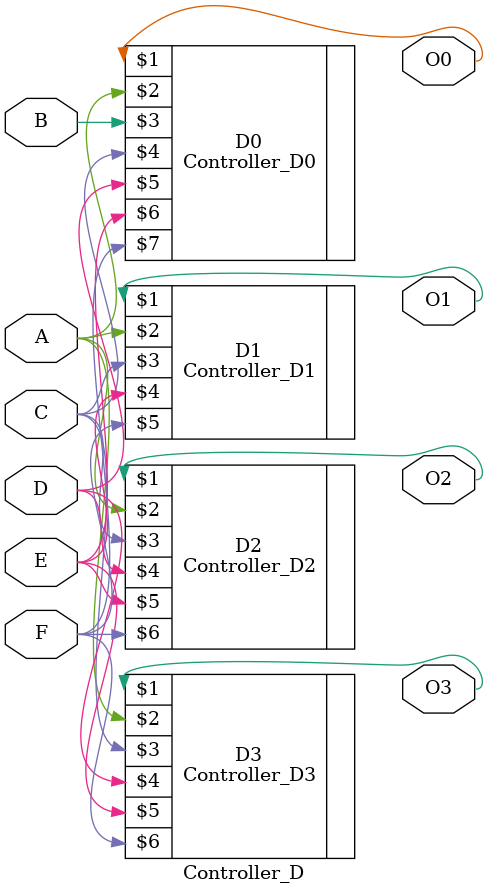
<source format=v>
module Controller_D (O3,O2,O1,O0,A,B, C, D, E, F);
    output O3,O2,O1,O0;
    input A, B,C, D, E, F;
    Controller_D3 D3 (O3, A, C, D, E, F);
    Controller_D2 D2 (O2, A, C, D, E, F);
    Controller_D1 D1 (O1, A, C, E, F);
    Controller_D0 D0 (O0,A,B, C, D, E, F);

endmodule
</source>
